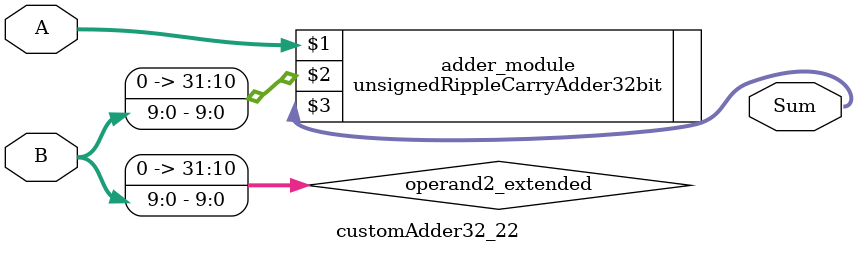
<source format=v>

module customAdder32_22(
                    input [31 : 0] A,
                    input [9 : 0] B,
                    
                    output [32 : 0] Sum
            );

    wire [31 : 0] operand2_extended;
    
    assign operand2_extended =  {22'b0, B};
    
    unsignedRippleCarryAdder32bit adder_module(
        A,
        operand2_extended,
        Sum
    );
    
endmodule
        
</source>
